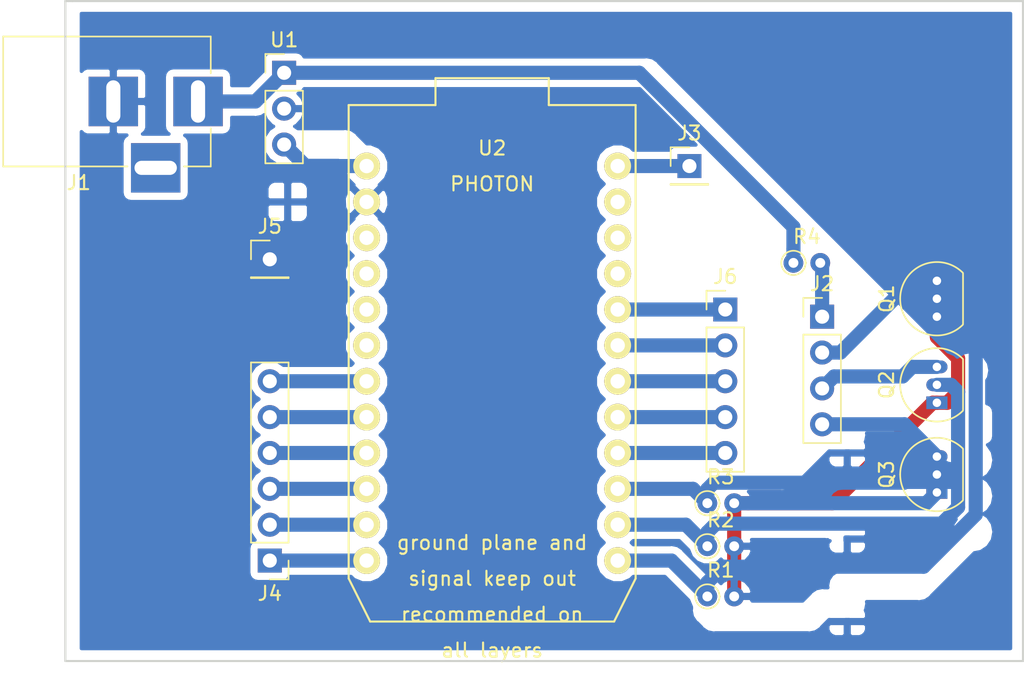
<source format=kicad_pcb>
(kicad_pcb (version 20171130) (host pcbnew "(5.0.2)-1")

  (general
    (thickness 1.6)
    (drawings 5)
    (tracks 70)
    (zones 0)
    (modules 15)
    (nets 29)
  )

  (page A4)
  (layers
    (0 F.Cu signal)
    (31 B.Cu signal)
    (32 B.Adhes user)
    (33 F.Adhes user)
    (34 B.Paste user)
    (35 F.Paste user)
    (36 B.SilkS user)
    (37 F.SilkS user)
    (38 B.Mask user)
    (39 F.Mask user)
    (40 Dwgs.User user)
    (41 Cmts.User user)
    (42 Eco1.User user)
    (43 Eco2.User user)
    (44 Edge.Cuts user)
    (45 Margin user)
    (46 B.CrtYd user)
    (47 F.CrtYd user)
    (48 B.Fab user)
    (49 F.Fab user)
  )

  (setup
    (last_trace_width 1)
    (trace_clearance 0.25)
    (zone_clearance 0.508)
    (zone_45_only no)
    (trace_min 0.7)
    (segment_width 0.2)
    (edge_width 0.15)
    (via_size 1)
    (via_drill 0.4)
    (via_min_size 1)
    (via_min_drill 0.4)
    (uvia_size 0.3)
    (uvia_drill 0.1)
    (uvias_allowed no)
    (uvia_min_size 0.2)
    (uvia_min_drill 0.1)
    (pcb_text_width 0.3)
    (pcb_text_size 1.5 1.5)
    (mod_edge_width 0.15)
    (mod_text_size 1 1)
    (mod_text_width 0.15)
    (pad_size 1.524 1.524)
    (pad_drill 0.762)
    (pad_to_mask_clearance 0.051)
    (solder_mask_min_width 0.25)
    (aux_axis_origin 0 0)
    (visible_elements 7FFFFFFF)
    (pcbplotparams
      (layerselection 0x01000_ffffffff)
      (usegerberextensions false)
      (usegerberattributes false)
      (usegerberadvancedattributes false)
      (creategerberjobfile false)
      (excludeedgelayer true)
      (linewidth 0.100000)
      (plotframeref false)
      (viasonmask false)
      (mode 1)
      (useauxorigin false)
      (hpglpennumber 1)
      (hpglpenspeed 20)
      (hpglpendiameter 15.000000)
      (psnegative false)
      (psa4output false)
      (plotreference true)
      (plotvalue true)
      (plotinvisibletext false)
      (padsonsilk false)
      (subtractmaskfromsilk false)
      (outputformat 1)
      (mirror false)
      (drillshape 0)
      (scaleselection 1)
      (outputdirectory "../../ClockProj/"))
  )

  (net 0 "")
  (net 1 GND)
  (net 2 +12V)
  (net 3 BLUE)
  (net 4 RED)
  (net 5 GREEN)
  (net 6 3.3V)
  (net 7 A5)
  (net 8 A4)
  (net 9 A3)
  (net 10 A2)
  (net 11 A1)
  (net 12 A0)
  (net 13 D3)
  (net 14 D4)
  (net 15 D5)
  (net 16 D6)
  (net 17 D7)
  (net 18 "Net-(U1-Pad3)")
  (net 19 "Net-(U2-Pad3)")
  (net 20 "Net-(U2-Pad4)")
  (net 21 "Net-(U2-Pad5)")
  (net 22 "Net-(U2-Pad6)")
  (net 23 "Net-(U2-Pad23)")
  (net 24 "Net-(U2-Pad22)")
  (net 25 GREEN_CTRL)
  (net 26 RED_CTRL)
  (net 27 BLUE_CTRL)
  (net 28 "Net-(J2-Pad1)")

  (net_class Default "This is the default net class."
    (clearance 0.25)
    (trace_width 1)
    (via_dia 1)
    (via_drill 0.4)
    (uvia_dia 0.3)
    (uvia_drill 0.1)
    (diff_pair_gap 1)
    (diff_pair_width 1)
    (add_net +12V)
    (add_net 3.3V)
    (add_net A0)
    (add_net A1)
    (add_net A2)
    (add_net A3)
    (add_net A4)
    (add_net A5)
    (add_net BLUE)
    (add_net BLUE_CTRL)
    (add_net D3)
    (add_net D4)
    (add_net D5)
    (add_net D6)
    (add_net D7)
    (add_net GND)
    (add_net GREEN)
    (add_net GREEN_CTRL)
    (add_net "Net-(J2-Pad1)")
    (add_net "Net-(U1-Pad3)")
    (add_net "Net-(U2-Pad22)")
    (add_net "Net-(U2-Pad23)")
    (add_net "Net-(U2-Pad3)")
    (add_net "Net-(U2-Pad4)")
    (add_net "Net-(U2-Pad5)")
    (add_net "Net-(U2-Pad6)")
    (add_net RED)
    (add_net RED_CTRL)
  )

  (module Connectors:BARREL_JACK (layer F.Cu) (tedit 5861378E) (tstamp 5E75C2A2)
    (at 93.218 43.434)
    (descr "DC Barrel Jack")
    (tags "Power Jack")
    (path /5CAFE0CA)
    (fp_text reference J1 (at -8.45 5.75 180) (layer F.SilkS)
      (effects (font (size 1 1) (thickness 0.15)))
    )
    (fp_text value Barrel_Jack (at -6.2 -5.5) (layer F.Fab)
      (effects (font (size 1 1) (thickness 0.15)))
    )
    (fp_line (start 0.8 -4.5) (end -13.7 -4.5) (layer F.Fab) (width 0.1))
    (fp_line (start 0.8 4.5) (end 0.8 -4.5) (layer F.Fab) (width 0.1))
    (fp_line (start -13.7 4.5) (end 0.8 4.5) (layer F.Fab) (width 0.1))
    (fp_line (start -13.7 -4.5) (end -13.7 4.5) (layer F.Fab) (width 0.1))
    (fp_line (start -10.2 -4.5) (end -10.2 4.5) (layer F.Fab) (width 0.1))
    (fp_line (start 0.9 -4.6) (end 0.9 -2) (layer F.SilkS) (width 0.12))
    (fp_line (start -13.8 -4.6) (end 0.9 -4.6) (layer F.SilkS) (width 0.12))
    (fp_line (start 0.9 4.6) (end -1 4.6) (layer F.SilkS) (width 0.12))
    (fp_line (start 0.9 1.9) (end 0.9 4.6) (layer F.SilkS) (width 0.12))
    (fp_line (start -13.8 4.6) (end -13.8 -4.6) (layer F.SilkS) (width 0.12))
    (fp_line (start -5 4.6) (end -13.8 4.6) (layer F.SilkS) (width 0.12))
    (fp_line (start -14 4.75) (end -14 -4.75) (layer F.CrtYd) (width 0.05))
    (fp_line (start -5 4.75) (end -14 4.75) (layer F.CrtYd) (width 0.05))
    (fp_line (start -5 6.75) (end -5 4.75) (layer F.CrtYd) (width 0.05))
    (fp_line (start -1 6.75) (end -5 6.75) (layer F.CrtYd) (width 0.05))
    (fp_line (start -1 4.75) (end -1 6.75) (layer F.CrtYd) (width 0.05))
    (fp_line (start 1 4.75) (end -1 4.75) (layer F.CrtYd) (width 0.05))
    (fp_line (start 1 2) (end 1 4.75) (layer F.CrtYd) (width 0.05))
    (fp_line (start 2 2) (end 1 2) (layer F.CrtYd) (width 0.05))
    (fp_line (start 2 -2) (end 2 2) (layer F.CrtYd) (width 0.05))
    (fp_line (start 1 -2) (end 2 -2) (layer F.CrtYd) (width 0.05))
    (fp_line (start 1 -4.5) (end 1 -2) (layer F.CrtYd) (width 0.05))
    (fp_line (start 1 -4.75) (end -14 -4.75) (layer F.CrtYd) (width 0.05))
    (fp_line (start 1 -4.5) (end 1 -4.75) (layer F.CrtYd) (width 0.05))
    (pad 3 thru_hole rect (at -3 4.7) (size 3.5 3.5) (drill oval 3 1) (layers *.Cu *.Mask))
    (pad 2 thru_hole rect (at -6 0) (size 3.5 3.5) (drill oval 1 3) (layers *.Cu *.Mask)
      (net 1 GND))
    (pad 1 thru_hole rect (at 0 0) (size 3.5 3.5) (drill oval 1 3) (layers *.Cu *.Mask)
      (net 2 +12V))
  )

  (module Pin_Headers:Pin_Header_Straight_1x04_Pitch2.54mm (layer F.Cu) (tedit 59650532) (tstamp 5E75C2BA)
    (at 137.414 58.674)
    (descr "Through hole straight pin header, 1x04, 2.54mm pitch, single row")
    (tags "Through hole pin header THT 1x04 2.54mm single row")
    (path /5CAFE1AA)
    (fp_text reference J2 (at 0 -2.33) (layer F.SilkS)
      (effects (font (size 1 1) (thickness 0.15)))
    )
    (fp_text value Conn_01x04_Female (at 0 9.95) (layer F.Fab)
      (effects (font (size 1 1) (thickness 0.15)))
    )
    (fp_text user %R (at 0 3.81 90) (layer F.Fab)
      (effects (font (size 1 1) (thickness 0.15)))
    )
    (fp_line (start 1.8 -1.8) (end -1.8 -1.8) (layer F.CrtYd) (width 0.05))
    (fp_line (start 1.8 9.4) (end 1.8 -1.8) (layer F.CrtYd) (width 0.05))
    (fp_line (start -1.8 9.4) (end 1.8 9.4) (layer F.CrtYd) (width 0.05))
    (fp_line (start -1.8 -1.8) (end -1.8 9.4) (layer F.CrtYd) (width 0.05))
    (fp_line (start -1.33 -1.33) (end 0 -1.33) (layer F.SilkS) (width 0.12))
    (fp_line (start -1.33 0) (end -1.33 -1.33) (layer F.SilkS) (width 0.12))
    (fp_line (start -1.33 1.27) (end 1.33 1.27) (layer F.SilkS) (width 0.12))
    (fp_line (start 1.33 1.27) (end 1.33 8.95) (layer F.SilkS) (width 0.12))
    (fp_line (start -1.33 1.27) (end -1.33 8.95) (layer F.SilkS) (width 0.12))
    (fp_line (start -1.33 8.95) (end 1.33 8.95) (layer F.SilkS) (width 0.12))
    (fp_line (start -1.27 -0.635) (end -0.635 -1.27) (layer F.Fab) (width 0.1))
    (fp_line (start -1.27 8.89) (end -1.27 -0.635) (layer F.Fab) (width 0.1))
    (fp_line (start 1.27 8.89) (end -1.27 8.89) (layer F.Fab) (width 0.1))
    (fp_line (start 1.27 -1.27) (end 1.27 8.89) (layer F.Fab) (width 0.1))
    (fp_line (start -0.635 -1.27) (end 1.27 -1.27) (layer F.Fab) (width 0.1))
    (pad 4 thru_hole oval (at 0 7.62) (size 1.7 1.7) (drill 1) (layers *.Cu *.Mask)
      (net 3 BLUE))
    (pad 3 thru_hole oval (at 0 5.08) (size 1.7 1.7) (drill 1) (layers *.Cu *.Mask)
      (net 4 RED))
    (pad 2 thru_hole oval (at 0 2.54) (size 1.7 1.7) (drill 1) (layers *.Cu *.Mask)
      (net 5 GREEN))
    (pad 1 thru_hole rect (at 0 0) (size 1.7 1.7) (drill 1) (layers *.Cu *.Mask)
      (net 28 "Net-(J2-Pad1)"))
    (model ${KISYS3DMOD}/Pin_Headers.3dshapes/Pin_Header_Straight_1x04_Pitch2.54mm.wrl
      (at (xyz 0 0 0))
      (scale (xyz 1 1 1))
      (rotate (xyz 0 0 0))
    )
  )

  (module Pin_Headers:Pin_Header_Straight_1x01_Pitch2.54mm (layer F.Cu) (tedit 59650532) (tstamp 5E75C2CF)
    (at 128.016 48.006)
    (descr "Through hole straight pin header, 1x01, 2.54mm pitch, single row")
    (tags "Through hole pin header THT 1x01 2.54mm single row")
    (path /5CAFE971)
    (fp_text reference J3 (at 0 -2.33) (layer F.SilkS)
      (effects (font (size 1 1) (thickness 0.15)))
    )
    (fp_text value Conn_01x01_Female (at 0 2.33) (layer F.Fab)
      (effects (font (size 1 1) (thickness 0.15)))
    )
    (fp_text user %R (at 0 0 90) (layer F.Fab)
      (effects (font (size 1 1) (thickness 0.15)))
    )
    (fp_line (start 1.8 -1.8) (end -1.8 -1.8) (layer F.CrtYd) (width 0.05))
    (fp_line (start 1.8 1.8) (end 1.8 -1.8) (layer F.CrtYd) (width 0.05))
    (fp_line (start -1.8 1.8) (end 1.8 1.8) (layer F.CrtYd) (width 0.05))
    (fp_line (start -1.8 -1.8) (end -1.8 1.8) (layer F.CrtYd) (width 0.05))
    (fp_line (start -1.33 -1.33) (end 0 -1.33) (layer F.SilkS) (width 0.12))
    (fp_line (start -1.33 0) (end -1.33 -1.33) (layer F.SilkS) (width 0.12))
    (fp_line (start -1.33 1.27) (end 1.33 1.27) (layer F.SilkS) (width 0.12))
    (fp_line (start 1.33 1.27) (end 1.33 1.33) (layer F.SilkS) (width 0.12))
    (fp_line (start -1.33 1.27) (end -1.33 1.33) (layer F.SilkS) (width 0.12))
    (fp_line (start -1.33 1.33) (end 1.33 1.33) (layer F.SilkS) (width 0.12))
    (fp_line (start -1.27 -0.635) (end -0.635 -1.27) (layer F.Fab) (width 0.1))
    (fp_line (start -1.27 1.27) (end -1.27 -0.635) (layer F.Fab) (width 0.1))
    (fp_line (start 1.27 1.27) (end -1.27 1.27) (layer F.Fab) (width 0.1))
    (fp_line (start 1.27 -1.27) (end 1.27 1.27) (layer F.Fab) (width 0.1))
    (fp_line (start -0.635 -1.27) (end 1.27 -1.27) (layer F.Fab) (width 0.1))
    (pad 1 thru_hole rect (at 0 0) (size 1.7 1.7) (drill 1) (layers *.Cu *.Mask)
      (net 6 3.3V))
    (model ${KISYS3DMOD}/Pin_Headers.3dshapes/Pin_Header_Straight_1x01_Pitch2.54mm.wrl
      (at (xyz 0 0 0))
      (scale (xyz 1 1 1))
      (rotate (xyz 0 0 0))
    )
  )

  (module Pin_Headers:Pin_Header_Straight_1x06_Pitch2.54mm (layer F.Cu) (tedit 59650532) (tstamp 5E75C2E9)
    (at 98.298 75.946 180)
    (descr "Through hole straight pin header, 1x06, 2.54mm pitch, single row")
    (tags "Through hole pin header THT 1x06 2.54mm single row")
    (path /5CAFE780)
    (fp_text reference J4 (at 0 -2.33 180) (layer F.SilkS)
      (effects (font (size 1 1) (thickness 0.15)))
    )
    (fp_text value Conn_01x06_Female (at 0 15.03 180) (layer F.Fab)
      (effects (font (size 1 1) (thickness 0.15)))
    )
    (fp_text user %R (at 0 6.35 270) (layer F.Fab)
      (effects (font (size 1 1) (thickness 0.15)))
    )
    (fp_line (start 1.8 -1.8) (end -1.8 -1.8) (layer F.CrtYd) (width 0.05))
    (fp_line (start 1.8 14.5) (end 1.8 -1.8) (layer F.CrtYd) (width 0.05))
    (fp_line (start -1.8 14.5) (end 1.8 14.5) (layer F.CrtYd) (width 0.05))
    (fp_line (start -1.8 -1.8) (end -1.8 14.5) (layer F.CrtYd) (width 0.05))
    (fp_line (start -1.33 -1.33) (end 0 -1.33) (layer F.SilkS) (width 0.12))
    (fp_line (start -1.33 0) (end -1.33 -1.33) (layer F.SilkS) (width 0.12))
    (fp_line (start -1.33 1.27) (end 1.33 1.27) (layer F.SilkS) (width 0.12))
    (fp_line (start 1.33 1.27) (end 1.33 14.03) (layer F.SilkS) (width 0.12))
    (fp_line (start -1.33 1.27) (end -1.33 14.03) (layer F.SilkS) (width 0.12))
    (fp_line (start -1.33 14.03) (end 1.33 14.03) (layer F.SilkS) (width 0.12))
    (fp_line (start -1.27 -0.635) (end -0.635 -1.27) (layer F.Fab) (width 0.1))
    (fp_line (start -1.27 13.97) (end -1.27 -0.635) (layer F.Fab) (width 0.1))
    (fp_line (start 1.27 13.97) (end -1.27 13.97) (layer F.Fab) (width 0.1))
    (fp_line (start 1.27 -1.27) (end 1.27 13.97) (layer F.Fab) (width 0.1))
    (fp_line (start -0.635 -1.27) (end 1.27 -1.27) (layer F.Fab) (width 0.1))
    (pad 6 thru_hole oval (at 0 12.7 180) (size 1.7 1.7) (drill 1) (layers *.Cu *.Mask)
      (net 7 A5))
    (pad 5 thru_hole oval (at 0 10.16 180) (size 1.7 1.7) (drill 1) (layers *.Cu *.Mask)
      (net 8 A4))
    (pad 4 thru_hole oval (at 0 7.62 180) (size 1.7 1.7) (drill 1) (layers *.Cu *.Mask)
      (net 9 A3))
    (pad 3 thru_hole oval (at 0 5.08 180) (size 1.7 1.7) (drill 1) (layers *.Cu *.Mask)
      (net 10 A2))
    (pad 2 thru_hole oval (at 0 2.54 180) (size 1.7 1.7) (drill 1) (layers *.Cu *.Mask)
      (net 11 A1))
    (pad 1 thru_hole rect (at 0 0 180) (size 1.7 1.7) (drill 1) (layers *.Cu *.Mask)
      (net 12 A0))
    (model ${KISYS3DMOD}/Pin_Headers.3dshapes/Pin_Header_Straight_1x06_Pitch2.54mm.wrl
      (at (xyz 0 0 0))
      (scale (xyz 1 1 1))
      (rotate (xyz 0 0 0))
    )
  )

  (module Pin_Headers:Pin_Header_Straight_1x01_Pitch2.54mm (layer F.Cu) (tedit 59650532) (tstamp 5E75C2FE)
    (at 98.298 54.61)
    (descr "Through hole straight pin header, 1x01, 2.54mm pitch, single row")
    (tags "Through hole pin header THT 1x01 2.54mm single row")
    (path /5CAFEED0)
    (fp_text reference J5 (at 0 -2.33) (layer F.SilkS)
      (effects (font (size 1 1) (thickness 0.15)))
    )
    (fp_text value Conn_01x01_Female (at 0 2.33) (layer F.Fab)
      (effects (font (size 1 1) (thickness 0.15)))
    )
    (fp_line (start -0.635 -1.27) (end 1.27 -1.27) (layer F.Fab) (width 0.1))
    (fp_line (start 1.27 -1.27) (end 1.27 1.27) (layer F.Fab) (width 0.1))
    (fp_line (start 1.27 1.27) (end -1.27 1.27) (layer F.Fab) (width 0.1))
    (fp_line (start -1.27 1.27) (end -1.27 -0.635) (layer F.Fab) (width 0.1))
    (fp_line (start -1.27 -0.635) (end -0.635 -1.27) (layer F.Fab) (width 0.1))
    (fp_line (start -1.33 1.33) (end 1.33 1.33) (layer F.SilkS) (width 0.12))
    (fp_line (start -1.33 1.27) (end -1.33 1.33) (layer F.SilkS) (width 0.12))
    (fp_line (start 1.33 1.27) (end 1.33 1.33) (layer F.SilkS) (width 0.12))
    (fp_line (start -1.33 1.27) (end 1.33 1.27) (layer F.SilkS) (width 0.12))
    (fp_line (start -1.33 0) (end -1.33 -1.33) (layer F.SilkS) (width 0.12))
    (fp_line (start -1.33 -1.33) (end 0 -1.33) (layer F.SilkS) (width 0.12))
    (fp_line (start -1.8 -1.8) (end -1.8 1.8) (layer F.CrtYd) (width 0.05))
    (fp_line (start -1.8 1.8) (end 1.8 1.8) (layer F.CrtYd) (width 0.05))
    (fp_line (start 1.8 1.8) (end 1.8 -1.8) (layer F.CrtYd) (width 0.05))
    (fp_line (start 1.8 -1.8) (end -1.8 -1.8) (layer F.CrtYd) (width 0.05))
    (fp_text user %R (at 0 0 90) (layer F.Fab)
      (effects (font (size 1 1) (thickness 0.15)))
    )
    (pad 1 thru_hole rect (at 0 0) (size 1.7 1.7) (drill 1) (layers *.Cu *.Mask)
      (net 1 GND))
    (model ${KISYS3DMOD}/Pin_Headers.3dshapes/Pin_Header_Straight_1x01_Pitch2.54mm.wrl
      (at (xyz 0 0 0))
      (scale (xyz 1 1 1))
      (rotate (xyz 0 0 0))
    )
  )

  (module Pin_Headers:Pin_Header_Straight_1x05_Pitch2.54mm (layer F.Cu) (tedit 59650532) (tstamp 5E75C317)
    (at 130.556 58.166)
    (descr "Through hole straight pin header, 1x05, 2.54mm pitch, single row")
    (tags "Through hole pin header THT 1x05 2.54mm single row")
    (path /5CAFF05E)
    (fp_text reference J6 (at 0 -2.33) (layer F.SilkS)
      (effects (font (size 1 1) (thickness 0.15)))
    )
    (fp_text value Conn_01x05_Female (at 0 12.49) (layer F.Fab)
      (effects (font (size 1 1) (thickness 0.15)))
    )
    (fp_text user %R (at 0 5.08 90) (layer F.Fab)
      (effects (font (size 1 1) (thickness 0.15)))
    )
    (fp_line (start 1.8 -1.8) (end -1.8 -1.8) (layer F.CrtYd) (width 0.05))
    (fp_line (start 1.8 11.95) (end 1.8 -1.8) (layer F.CrtYd) (width 0.05))
    (fp_line (start -1.8 11.95) (end 1.8 11.95) (layer F.CrtYd) (width 0.05))
    (fp_line (start -1.8 -1.8) (end -1.8 11.95) (layer F.CrtYd) (width 0.05))
    (fp_line (start -1.33 -1.33) (end 0 -1.33) (layer F.SilkS) (width 0.12))
    (fp_line (start -1.33 0) (end -1.33 -1.33) (layer F.SilkS) (width 0.12))
    (fp_line (start -1.33 1.27) (end 1.33 1.27) (layer F.SilkS) (width 0.12))
    (fp_line (start 1.33 1.27) (end 1.33 11.49) (layer F.SilkS) (width 0.12))
    (fp_line (start -1.33 1.27) (end -1.33 11.49) (layer F.SilkS) (width 0.12))
    (fp_line (start -1.33 11.49) (end 1.33 11.49) (layer F.SilkS) (width 0.12))
    (fp_line (start -1.27 -0.635) (end -0.635 -1.27) (layer F.Fab) (width 0.1))
    (fp_line (start -1.27 11.43) (end -1.27 -0.635) (layer F.Fab) (width 0.1))
    (fp_line (start 1.27 11.43) (end -1.27 11.43) (layer F.Fab) (width 0.1))
    (fp_line (start 1.27 -1.27) (end 1.27 11.43) (layer F.Fab) (width 0.1))
    (fp_line (start -0.635 -1.27) (end 1.27 -1.27) (layer F.Fab) (width 0.1))
    (pad 5 thru_hole oval (at 0 10.16) (size 1.7 1.7) (drill 1) (layers *.Cu *.Mask)
      (net 13 D3))
    (pad 4 thru_hole oval (at 0 7.62) (size 1.7 1.7) (drill 1) (layers *.Cu *.Mask)
      (net 14 D4))
    (pad 3 thru_hole oval (at 0 5.08) (size 1.7 1.7) (drill 1) (layers *.Cu *.Mask)
      (net 15 D5))
    (pad 2 thru_hole oval (at 0 2.54) (size 1.7 1.7) (drill 1) (layers *.Cu *.Mask)
      (net 16 D6))
    (pad 1 thru_hole rect (at 0 0) (size 1.7 1.7) (drill 1) (layers *.Cu *.Mask)
      (net 17 D7))
    (model ${KISYS3DMOD}/Pin_Headers.3dshapes/Pin_Header_Straight_1x05_Pitch2.54mm.wrl
      (at (xyz 0 0 0))
      (scale (xyz 1 1 1))
      (rotate (xyz 0 0 0))
    )
  )

  (module TO_SOT_Packages_THT:TO-92_Inline_Narrow_Oval (layer F.Cu) (tedit 58CE52AF) (tstamp 5E75C329)
    (at 145.542 58.674 90)
    (descr "TO-92 leads in-line, narrow, oval pads, drill 0.6mm (see NXP sot054_po.pdf)")
    (tags "to-92 sc-43 sc-43a sot54 PA33 transistor")
    (path /5CAFE3D7)
    (fp_text reference Q1 (at 1.27 -3.56 90) (layer F.SilkS)
      (effects (font (size 1 1) (thickness 0.15)))
    )
    (fp_text value 2N3904 (at 1.27 2.79 90) (layer F.Fab)
      (effects (font (size 1 1) (thickness 0.15)))
    )
    (fp_arc (start 1.27 0) (end 1.27 -2.6) (angle 135) (layer F.SilkS) (width 0.12))
    (fp_arc (start 1.27 0) (end 1.27 -2.48) (angle -135) (layer F.Fab) (width 0.1))
    (fp_arc (start 1.27 0) (end 1.27 -2.6) (angle -135) (layer F.SilkS) (width 0.12))
    (fp_arc (start 1.27 0) (end 1.27 -2.48) (angle 135) (layer F.Fab) (width 0.1))
    (fp_line (start 4 2.01) (end -1.46 2.01) (layer F.CrtYd) (width 0.05))
    (fp_line (start 4 2.01) (end 4 -2.73) (layer F.CrtYd) (width 0.05))
    (fp_line (start -1.46 -2.73) (end -1.46 2.01) (layer F.CrtYd) (width 0.05))
    (fp_line (start -1.46 -2.73) (end 4 -2.73) (layer F.CrtYd) (width 0.05))
    (fp_line (start -0.5 1.75) (end 3 1.75) (layer F.Fab) (width 0.1))
    (fp_line (start -0.53 1.85) (end 3.07 1.85) (layer F.SilkS) (width 0.12))
    (fp_text user %R (at 1.27 -3.56 90) (layer F.Fab)
      (effects (font (size 1 1) (thickness 0.15)))
    )
    (pad 1 thru_hole rect (at 0 0 270) (size 0.9 1.5) (drill 0.6) (layers *.Cu *.Mask)
      (net 1 GND))
    (pad 3 thru_hole oval (at 2.54 0 270) (size 0.9 1.5) (drill 0.6) (layers *.Cu *.Mask)
      (net 5 GREEN))
    (pad 2 thru_hole oval (at 1.27 0 270) (size 0.9 1.5) (drill 0.6) (layers *.Cu *.Mask)
      (net 25 GREEN_CTRL))
    (model ${KISYS3DMOD}/TO_SOT_Packages_THT.3dshapes/TO-92_Inline_Narrow_Oval.wrl
      (offset (xyz 1.269999980926514 0 0))
      (scale (xyz 1 1 1))
      (rotate (xyz 0 0 -90))
    )
  )

  (module TO_SOT_Packages_THT:TO-92_Inline_Narrow_Oval (layer F.Cu) (tedit 58CE52AF) (tstamp 5E75C33B)
    (at 145.542 64.77 90)
    (descr "TO-92 leads in-line, narrow, oval pads, drill 0.6mm (see NXP sot054_po.pdf)")
    (tags "to-92 sc-43 sc-43a sot54 PA33 transistor")
    (path /5CAFE3A3)
    (fp_text reference Q2 (at 1.27 -3.56 90) (layer F.SilkS)
      (effects (font (size 1 1) (thickness 0.15)))
    )
    (fp_text value 2N3904 (at 1.27 2.79 90) (layer F.Fab)
      (effects (font (size 1 1) (thickness 0.15)))
    )
    (fp_text user %R (at 1.27 -3.56 90) (layer F.Fab)
      (effects (font (size 1 1) (thickness 0.15)))
    )
    (fp_line (start -0.53 1.85) (end 3.07 1.85) (layer F.SilkS) (width 0.12))
    (fp_line (start -0.5 1.75) (end 3 1.75) (layer F.Fab) (width 0.1))
    (fp_line (start -1.46 -2.73) (end 4 -2.73) (layer F.CrtYd) (width 0.05))
    (fp_line (start -1.46 -2.73) (end -1.46 2.01) (layer F.CrtYd) (width 0.05))
    (fp_line (start 4 2.01) (end 4 -2.73) (layer F.CrtYd) (width 0.05))
    (fp_line (start 4 2.01) (end -1.46 2.01) (layer F.CrtYd) (width 0.05))
    (fp_arc (start 1.27 0) (end 1.27 -2.48) (angle 135) (layer F.Fab) (width 0.1))
    (fp_arc (start 1.27 0) (end 1.27 -2.6) (angle -135) (layer F.SilkS) (width 0.12))
    (fp_arc (start 1.27 0) (end 1.27 -2.48) (angle -135) (layer F.Fab) (width 0.1))
    (fp_arc (start 1.27 0) (end 1.27 -2.6) (angle 135) (layer F.SilkS) (width 0.12))
    (pad 2 thru_hole oval (at 1.27 0 270) (size 0.9 1.5) (drill 0.6) (layers *.Cu *.Mask)
      (net 26 RED_CTRL))
    (pad 3 thru_hole oval (at 2.54 0 270) (size 0.9 1.5) (drill 0.6) (layers *.Cu *.Mask)
      (net 4 RED))
    (pad 1 thru_hole rect (at 0 0 270) (size 0.9 1.5) (drill 0.6) (layers *.Cu *.Mask)
      (net 1 GND))
    (model ${KISYS3DMOD}/TO_SOT_Packages_THT.3dshapes/TO-92_Inline_Narrow_Oval.wrl
      (offset (xyz 1.269999980926514 0 0))
      (scale (xyz 1 1 1))
      (rotate (xyz 0 0 -90))
    )
  )

  (module TO_SOT_Packages_THT:TO-92_Inline_Narrow_Oval (layer F.Cu) (tedit 58CE52AF) (tstamp 5E75C34D)
    (at 145.542 71.12 90)
    (descr "TO-92 leads in-line, narrow, oval pads, drill 0.6mm (see NXP sot054_po.pdf)")
    (tags "to-92 sc-43 sc-43a sot54 PA33 transistor")
    (path /5CAFE36B)
    (fp_text reference Q3 (at 1.27 -3.56 90) (layer F.SilkS)
      (effects (font (size 1 1) (thickness 0.15)))
    )
    (fp_text value 2N3904 (at 1.27 2.79 90) (layer F.Fab)
      (effects (font (size 1 1) (thickness 0.15)))
    )
    (fp_text user %R (at 1.27 -3.56 90) (layer F.Fab)
      (effects (font (size 1 1) (thickness 0.15)))
    )
    (fp_line (start -0.53 1.85) (end 3.07 1.85) (layer F.SilkS) (width 0.12))
    (fp_line (start -0.5 1.75) (end 3 1.75) (layer F.Fab) (width 0.1))
    (fp_line (start -1.46 -2.73) (end 4 -2.73) (layer F.CrtYd) (width 0.05))
    (fp_line (start -1.46 -2.73) (end -1.46 2.01) (layer F.CrtYd) (width 0.05))
    (fp_line (start 4 2.01) (end 4 -2.73) (layer F.CrtYd) (width 0.05))
    (fp_line (start 4 2.01) (end -1.46 2.01) (layer F.CrtYd) (width 0.05))
    (fp_arc (start 1.27 0) (end 1.27 -2.48) (angle 135) (layer F.Fab) (width 0.1))
    (fp_arc (start 1.27 0) (end 1.27 -2.6) (angle -135) (layer F.SilkS) (width 0.12))
    (fp_arc (start 1.27 0) (end 1.27 -2.48) (angle -135) (layer F.Fab) (width 0.1))
    (fp_arc (start 1.27 0) (end 1.27 -2.6) (angle 135) (layer F.SilkS) (width 0.12))
    (pad 2 thru_hole oval (at 1.27 0 270) (size 0.9 1.5) (drill 0.6) (layers *.Cu *.Mask)
      (net 27 BLUE_CTRL))
    (pad 3 thru_hole oval (at 2.54 0 270) (size 0.9 1.5) (drill 0.6) (layers *.Cu *.Mask)
      (net 3 BLUE))
    (pad 1 thru_hole rect (at 0 0 270) (size 0.9 1.5) (drill 0.6) (layers *.Cu *.Mask)
      (net 1 GND))
    (model ${KISYS3DMOD}/TO_SOT_Packages_THT.3dshapes/TO-92_Inline_Narrow_Oval.wrl
      (offset (xyz 1.269999980926514 0 0))
      (scale (xyz 1 1 1))
      (rotate (xyz 0 0 -90))
    )
  )

  (module Resistors_THT:R_Axial_DIN0204_L3.6mm_D1.6mm_P1.90mm_Vertical (layer F.Cu) (tedit 5874F706) (tstamp 5E75C35B)
    (at 129.286 78.486)
    (descr "Resistor, Axial_DIN0204 series, Axial, Vertical, pin pitch=1.9mm, 0.16666666666666666W = 1/6W, length*diameter=3.6*1.6mm^2, http://cdn-reichelt.de/documents/datenblatt/B400/1_4W%23YAG.pdf")
    (tags "Resistor Axial_DIN0204 series Axial Vertical pin pitch 1.9mm 0.16666666666666666W = 1/6W length 3.6mm diameter 1.6mm")
    (path /5E75BC1B)
    (fp_text reference R1 (at 0.95 -1.86) (layer F.SilkS)
      (effects (font (size 1 1) (thickness 0.15)))
    )
    (fp_text value R_US (at 0.95 1.86) (layer F.Fab)
      (effects (font (size 1 1) (thickness 0.15)))
    )
    (fp_line (start 2.95 -1.15) (end -1.15 -1.15) (layer F.CrtYd) (width 0.05))
    (fp_line (start 2.95 1.15) (end 2.95 -1.15) (layer F.CrtYd) (width 0.05))
    (fp_line (start -1.15 1.15) (end 2.95 1.15) (layer F.CrtYd) (width 0.05))
    (fp_line (start -1.15 -1.15) (end -1.15 1.15) (layer F.CrtYd) (width 0.05))
    (fp_line (start 0.86 0) (end 0.9 0) (layer F.SilkS) (width 0.12))
    (fp_line (start 0 0) (end 1.9 0) (layer F.Fab) (width 0.1))
    (fp_circle (center 0 0) (end 0.86 0) (layer F.SilkS) (width 0.12))
    (fp_circle (center 0 0) (end 0.8 0) (layer F.Fab) (width 0.1))
    (pad 2 thru_hole oval (at 1.9 0) (size 1.4 1.4) (drill 0.7) (layers *.Cu *.Mask)
      (net 1 GND))
    (pad 1 thru_hole circle (at 0 0) (size 1.4 1.4) (drill 0.7) (layers *.Cu *.Mask)
      (net 25 GREEN_CTRL))
    (model ${KISYS3DMOD}/Resistors_THT.3dshapes/R_Axial_DIN0204_L3.6mm_D1.6mm_P1.90mm_Vertical.wrl
      (at (xyz 0 0 0))
      (scale (xyz 0.393701 0.393701 0.393701))
      (rotate (xyz 0 0 0))
    )
  )

  (module Resistors_THT:R_Axial_DIN0204_L3.6mm_D1.6mm_P1.90mm_Vertical (layer F.Cu) (tedit 5874F706) (tstamp 5E75C369)
    (at 129.286 74.93)
    (descr "Resistor, Axial_DIN0204 series, Axial, Vertical, pin pitch=1.9mm, 0.16666666666666666W = 1/6W, length*diameter=3.6*1.6mm^2, http://cdn-reichelt.de/documents/datenblatt/B400/1_4W%23YAG.pdf")
    (tags "Resistor Axial_DIN0204 series Axial Vertical pin pitch 1.9mm 0.16666666666666666W = 1/6W length 3.6mm diameter 1.6mm")
    (path /5E75BD29)
    (fp_text reference R2 (at 0.95 -1.86) (layer F.SilkS)
      (effects (font (size 1 1) (thickness 0.15)))
    )
    (fp_text value R_US (at 0.95 1.86) (layer F.Fab)
      (effects (font (size 1 1) (thickness 0.15)))
    )
    (fp_circle (center 0 0) (end 0.8 0) (layer F.Fab) (width 0.1))
    (fp_circle (center 0 0) (end 0.86 0) (layer F.SilkS) (width 0.12))
    (fp_line (start 0 0) (end 1.9 0) (layer F.Fab) (width 0.1))
    (fp_line (start 0.86 0) (end 0.9 0) (layer F.SilkS) (width 0.12))
    (fp_line (start -1.15 -1.15) (end -1.15 1.15) (layer F.CrtYd) (width 0.05))
    (fp_line (start -1.15 1.15) (end 2.95 1.15) (layer F.CrtYd) (width 0.05))
    (fp_line (start 2.95 1.15) (end 2.95 -1.15) (layer F.CrtYd) (width 0.05))
    (fp_line (start 2.95 -1.15) (end -1.15 -1.15) (layer F.CrtYd) (width 0.05))
    (pad 1 thru_hole circle (at 0 0) (size 1.4 1.4) (drill 0.7) (layers *.Cu *.Mask)
      (net 26 RED_CTRL))
    (pad 2 thru_hole oval (at 1.9 0) (size 1.4 1.4) (drill 0.7) (layers *.Cu *.Mask)
      (net 1 GND))
    (model ${KISYS3DMOD}/Resistors_THT.3dshapes/R_Axial_DIN0204_L3.6mm_D1.6mm_P1.90mm_Vertical.wrl
      (at (xyz 0 0 0))
      (scale (xyz 0.393701 0.393701 0.393701))
      (rotate (xyz 0 0 0))
    )
  )

  (module Resistors_THT:R_Axial_DIN0204_L3.6mm_D1.6mm_P1.90mm_Vertical (layer F.Cu) (tedit 5874F706) (tstamp 5E75C377)
    (at 129.286 71.882)
    (descr "Resistor, Axial_DIN0204 series, Axial, Vertical, pin pitch=1.9mm, 0.16666666666666666W = 1/6W, length*diameter=3.6*1.6mm^2, http://cdn-reichelt.de/documents/datenblatt/B400/1_4W%23YAG.pdf")
    (tags "Resistor Axial_DIN0204 series Axial Vertical pin pitch 1.9mm 0.16666666666666666W = 1/6W length 3.6mm diameter 1.6mm")
    (path /5E75BDAE)
    (fp_text reference R3 (at 0.95 -1.86) (layer F.SilkS)
      (effects (font (size 1 1) (thickness 0.15)))
    )
    (fp_text value R_US (at 0.95 1.86) (layer F.Fab)
      (effects (font (size 1 1) (thickness 0.15)))
    )
    (fp_line (start 2.95 -1.15) (end -1.15 -1.15) (layer F.CrtYd) (width 0.05))
    (fp_line (start 2.95 1.15) (end 2.95 -1.15) (layer F.CrtYd) (width 0.05))
    (fp_line (start -1.15 1.15) (end 2.95 1.15) (layer F.CrtYd) (width 0.05))
    (fp_line (start -1.15 -1.15) (end -1.15 1.15) (layer F.CrtYd) (width 0.05))
    (fp_line (start 0.86 0) (end 0.9 0) (layer F.SilkS) (width 0.12))
    (fp_line (start 0 0) (end 1.9 0) (layer F.Fab) (width 0.1))
    (fp_circle (center 0 0) (end 0.86 0) (layer F.SilkS) (width 0.12))
    (fp_circle (center 0 0) (end 0.8 0) (layer F.Fab) (width 0.1))
    (pad 2 thru_hole oval (at 1.9 0) (size 1.4 1.4) (drill 0.7) (layers *.Cu *.Mask)
      (net 1 GND))
    (pad 1 thru_hole circle (at 0 0) (size 1.4 1.4) (drill 0.7) (layers *.Cu *.Mask)
      (net 27 BLUE_CTRL))
    (model ${KISYS3DMOD}/Resistors_THT.3dshapes/R_Axial_DIN0204_L3.6mm_D1.6mm_P1.90mm_Vertical.wrl
      (at (xyz 0 0 0))
      (scale (xyz 0.393701 0.393701 0.393701))
      (rotate (xyz 0 0 0))
    )
  )

  (module Resistors_THT:R_Axial_DIN0204_L3.6mm_D1.6mm_P1.90mm_Vertical (layer F.Cu) (tedit 5874F706) (tstamp 5E75C385)
    (at 135.382 54.864)
    (descr "Resistor, Axial_DIN0204 series, Axial, Vertical, pin pitch=1.9mm, 0.16666666666666666W = 1/6W, length*diameter=3.6*1.6mm^2, http://cdn-reichelt.de/documents/datenblatt/B400/1_4W%23YAG.pdf")
    (tags "Resistor Axial_DIN0204 series Axial Vertical pin pitch 1.9mm 0.16666666666666666W = 1/6W length 3.6mm diameter 1.6mm")
    (path /5E75BE5A)
    (fp_text reference R4 (at 0.95 -1.86) (layer F.SilkS)
      (effects (font (size 1 1) (thickness 0.15)))
    )
    (fp_text value R_US (at 0.95 1.86) (layer F.Fab)
      (effects (font (size 1 1) (thickness 0.15)))
    )
    (fp_circle (center 0 0) (end 0.8 0) (layer F.Fab) (width 0.1))
    (fp_circle (center 0 0) (end 0.86 0) (layer F.SilkS) (width 0.12))
    (fp_line (start 0 0) (end 1.9 0) (layer F.Fab) (width 0.1))
    (fp_line (start 0.86 0) (end 0.9 0) (layer F.SilkS) (width 0.12))
    (fp_line (start -1.15 -1.15) (end -1.15 1.15) (layer F.CrtYd) (width 0.05))
    (fp_line (start -1.15 1.15) (end 2.95 1.15) (layer F.CrtYd) (width 0.05))
    (fp_line (start 2.95 1.15) (end 2.95 -1.15) (layer F.CrtYd) (width 0.05))
    (fp_line (start 2.95 -1.15) (end -1.15 -1.15) (layer F.CrtYd) (width 0.05))
    (pad 1 thru_hole circle (at 0 0) (size 1.4 1.4) (drill 0.7) (layers *.Cu *.Mask)
      (net 2 +12V))
    (pad 2 thru_hole oval (at 1.9 0) (size 1.4 1.4) (drill 0.7) (layers *.Cu *.Mask)
      (net 28 "Net-(J2-Pad1)"))
    (model ${KISYS3DMOD}/Resistors_THT.3dshapes/R_Axial_DIN0204_L3.6mm_D1.6mm_P1.90mm_Vertical.wrl
      (at (xyz 0 0 0))
      (scale (xyz 0.393701 0.393701 0.393701))
      (rotate (xyz 0 0 0))
    )
  )

  (module Pin_Headers:Pin_Header_Straight_1x03_Pitch2.54mm (layer F.Cu) (tedit 59650532) (tstamp 5E75C39C)
    (at 99.314 41.402)
    (descr "Through hole straight pin header, 1x03, 2.54mm pitch, single row")
    (tags "Through hole pin header THT 1x03 2.54mm single row")
    (path /5CAFDEF4)
    (fp_text reference U1 (at 0 -2.33) (layer F.SilkS)
      (effects (font (size 1 1) (thickness 0.15)))
    )
    (fp_text value L7805 (at 0 7.41) (layer F.Fab)
      (effects (font (size 1 1) (thickness 0.15)))
    )
    (fp_text user %R (at 0 2.54 90) (layer F.Fab)
      (effects (font (size 1 1) (thickness 0.15)))
    )
    (fp_line (start 1.8 -1.8) (end -1.8 -1.8) (layer F.CrtYd) (width 0.05))
    (fp_line (start 1.8 6.85) (end 1.8 -1.8) (layer F.CrtYd) (width 0.05))
    (fp_line (start -1.8 6.85) (end 1.8 6.85) (layer F.CrtYd) (width 0.05))
    (fp_line (start -1.8 -1.8) (end -1.8 6.85) (layer F.CrtYd) (width 0.05))
    (fp_line (start -1.33 -1.33) (end 0 -1.33) (layer F.SilkS) (width 0.12))
    (fp_line (start -1.33 0) (end -1.33 -1.33) (layer F.SilkS) (width 0.12))
    (fp_line (start -1.33 1.27) (end 1.33 1.27) (layer F.SilkS) (width 0.12))
    (fp_line (start 1.33 1.27) (end 1.33 6.41) (layer F.SilkS) (width 0.12))
    (fp_line (start -1.33 1.27) (end -1.33 6.41) (layer F.SilkS) (width 0.12))
    (fp_line (start -1.33 6.41) (end 1.33 6.41) (layer F.SilkS) (width 0.12))
    (fp_line (start -1.27 -0.635) (end -0.635 -1.27) (layer F.Fab) (width 0.1))
    (fp_line (start -1.27 6.35) (end -1.27 -0.635) (layer F.Fab) (width 0.1))
    (fp_line (start 1.27 6.35) (end -1.27 6.35) (layer F.Fab) (width 0.1))
    (fp_line (start 1.27 -1.27) (end 1.27 6.35) (layer F.Fab) (width 0.1))
    (fp_line (start -0.635 -1.27) (end 1.27 -1.27) (layer F.Fab) (width 0.1))
    (pad 3 thru_hole oval (at 0 5.08) (size 1.7 1.7) (drill 1) (layers *.Cu *.Mask)
      (net 18 "Net-(U1-Pad3)"))
    (pad 2 thru_hole oval (at 0 2.54) (size 1.7 1.7) (drill 1) (layers *.Cu *.Mask)
      (net 1 GND))
    (pad 1 thru_hole rect (at 0 0) (size 1.7 1.7) (drill 1) (layers *.Cu *.Mask)
      (net 2 +12V))
    (model ${KISYS3DMOD}/Pin_Headers.3dshapes/Pin_Header_Straight_1x03_Pitch2.54mm.wrl
      (at (xyz 0 0 0))
      (scale (xyz 1 1 1))
      (rotate (xyz 0 0 0))
    )
  )

  (module particle-boards:PHOTON (layer F.Cu) (tedit 560E8B13) (tstamp 5E75C3CB)
    (at 114.046 63.246)
    (path /5CAFDD88)
    (fp_text reference U2 (at 0 -16.51) (layer F.SilkS)
      (effects (font (size 1 1) (thickness 0.15)))
    )
    (fp_text value PHOTON (at 0 -13.97) (layer F.SilkS)
      (effects (font (size 1 1) (thickness 0.15)))
    )
    (fp_text user "all layers" (at 0 19.05) (layer F.SilkS)
      (effects (font (size 1 1) (thickness 0.15)))
    )
    (fp_text user "recommended on" (at 0 16.51) (layer F.SilkS)
      (effects (font (size 1 1) (thickness 0.15)))
    )
    (fp_text user "signal keep out" (at 0 13.97) (layer F.SilkS)
      (effects (font (size 1 1) (thickness 0.15)))
    )
    (fp_text user "ground plane and" (at 0 11.43) (layer F.SilkS)
      (effects (font (size 1 1) (thickness 0.15)))
    )
    (fp_line (start 6.35 21.59) (end 7.62 21.59) (layer Dwgs.User) (width 0.15))
    (fp_line (start 7.62 21.59) (end 7.62 8.89) (layer Dwgs.User) (width 0.15))
    (fp_line (start 7.62 8.89) (end -7.62 8.89) (layer Dwgs.User) (width 0.15))
    (fp_line (start 6.35 21.59) (end -7.62 21.59) (layer Dwgs.User) (width 0.15))
    (fp_line (start -7.62 21.59) (end -7.62 8.89) (layer Dwgs.User) (width 0.15))
    (fp_line (start 10.16 13.97) (end 8.636 17.018) (layer F.SilkS) (width 0.15))
    (fp_line (start -10.16 13.97) (end -8.636 17.018) (layer F.SilkS) (width 0.15))
    (fp_line (start -8.636 17.018) (end 8.636 17.018) (layer F.SilkS) (width 0.15))
    (fp_line (start 10.16 -19.558) (end 10.16 13.97) (layer F.SilkS) (width 0.15))
    (fp_line (start -10.16 -19.558) (end -10.16 13.97) (layer F.SilkS) (width 0.15))
    (fp_line (start 4.0132 -19.558) (end 10.16 -19.558) (layer F.SilkS) (width 0.15))
    (fp_line (start -4.0132 -19.558) (end -10.16 -19.558) (layer F.SilkS) (width 0.15))
    (fp_line (start -4.0132 -21.463) (end -4.0132 -19.558) (layer F.SilkS) (width 0.15))
    (fp_line (start 4.0132 -21.463) (end 4.0132 -19.558) (layer F.SilkS) (width 0.15))
    (fp_line (start -4.0132 -21.463) (end 4.0132 -21.463) (layer F.SilkS) (width 0.15))
    (pad 1 thru_hole circle (at -8.89 -15.24) (size 1.9 1.9) (drill 1.02) (layers *.Cu *.Mask F.SilkS)
      (net 18 "Net-(U1-Pad3)"))
    (pad 2 thru_hole circle (at -8.89 -12.7) (size 1.9 1.9) (drill 1.02) (layers *.Cu *.Mask F.SilkS)
      (net 1 GND))
    (pad 3 thru_hole circle (at -8.89 -10.16) (size 1.9 1.9) (drill 1.02) (layers *.Cu *.Mask F.SilkS)
      (net 19 "Net-(U2-Pad3)"))
    (pad 4 thru_hole circle (at -8.89 -7.62) (size 1.9 1.9) (drill 1.02) (layers *.Cu *.Mask F.SilkS)
      (net 20 "Net-(U2-Pad4)"))
    (pad 5 thru_hole circle (at -8.89 -5.08) (size 1.9 1.9) (drill 1.02) (layers *.Cu *.Mask F.SilkS)
      (net 21 "Net-(U2-Pad5)"))
    (pad 6 thru_hole circle (at -8.89 -2.54) (size 1.9 1.9) (drill 1.02) (layers *.Cu *.Mask F.SilkS)
      (net 22 "Net-(U2-Pad6)"))
    (pad 7 thru_hole circle (at -8.89 0) (size 1.9 1.9) (drill 1.02) (layers *.Cu *.Mask F.SilkS)
      (net 7 A5))
    (pad 8 thru_hole circle (at -8.89 2.54) (size 1.9 1.9) (drill 1.02) (layers *.Cu *.Mask F.SilkS)
      (net 8 A4))
    (pad 9 thru_hole circle (at -8.89 5.08) (size 1.9 1.9) (drill 1.02) (layers *.Cu *.Mask F.SilkS)
      (net 9 A3))
    (pad 10 thru_hole circle (at -8.89 7.62) (size 1.9 1.9) (drill 1.02) (layers *.Cu *.Mask F.SilkS)
      (net 10 A2))
    (pad 11 thru_hole circle (at -8.89 10.16) (size 1.9 1.9) (drill 1.02) (layers *.Cu *.Mask F.SilkS)
      (net 11 A1))
    (pad 12 thru_hole circle (at -8.89 12.7) (size 1.9 1.9) (drill 1.02) (layers *.Cu *.Mask F.SilkS)
      (net 12 A0))
    (pad 24 thru_hole circle (at 8.89 -15.24) (size 1.9 1.9) (drill 1.02) (layers *.Cu *.Mask F.SilkS)
      (net 6 3.3V))
    (pad 23 thru_hole circle (at 8.89 -12.7) (size 1.9 1.9) (drill 1.02) (layers *.Cu *.Mask F.SilkS)
      (net 23 "Net-(U2-Pad23)"))
    (pad 22 thru_hole circle (at 8.89 -10.16) (size 1.9 1.9) (drill 1.02) (layers *.Cu *.Mask F.SilkS)
      (net 24 "Net-(U2-Pad22)"))
    (pad 21 thru_hole circle (at 8.89 -7.62) (size 1.9 1.9) (drill 1.02) (layers *.Cu *.Mask F.SilkS))
    (pad 20 thru_hole circle (at 8.89 -5.08) (size 1.9 1.9) (drill 1.02) (layers *.Cu *.Mask F.SilkS)
      (net 17 D7))
    (pad 19 thru_hole circle (at 8.89 -2.54) (size 1.9 1.9) (drill 1.02) (layers *.Cu *.Mask F.SilkS)
      (net 16 D6))
    (pad 18 thru_hole circle (at 8.89 0) (size 1.9 1.9) (drill 1.02) (layers *.Cu *.Mask F.SilkS)
      (net 15 D5))
    (pad 17 thru_hole circle (at 8.89 2.54) (size 1.9 1.9) (drill 1.02) (layers *.Cu *.Mask F.SilkS)
      (net 14 D4))
    (pad 16 thru_hole circle (at 8.89 5.08) (size 1.9 1.9) (drill 1.02) (layers *.Cu *.Mask F.SilkS)
      (net 13 D3))
    (pad 15 thru_hole circle (at 8.89 7.62) (size 1.9 1.9) (drill 1.02) (layers *.Cu *.Mask F.SilkS)
      (net 27 BLUE_CTRL))
    (pad 14 thru_hole circle (at 8.89 10.16) (size 1.9 1.9) (drill 1.02) (layers *.Cu *.Mask F.SilkS)
      (net 26 RED_CTRL))
    (pad 13 thru_hole circle (at 8.89 12.7) (size 1.9 1.9) (drill 1.02) (layers *.Cu *.Mask F.SilkS)
      (net 25 GREEN_CTRL))
  )

  (gr_line (start 151.638 83.058) (end 83.82 83.058) (layer Edge.Cuts) (width 0.15))
  (gr_line (start 151.638 36.322) (end 151.638 83.058) (layer Edge.Cuts) (width 0.15))
  (gr_line (start 83.82 36.322) (end 84.328 36.322) (layer Edge.Cuts) (width 0.15))
  (gr_line (start 84.328 36.322) (end 151.638 36.322) (layer Edge.Cuts) (width 0.15))
  (gr_line (start 83.82 83.058) (end 83.82 36.322) (layer Edge.Cuts) (width 0.15))

  (segment (start 144.78 71.882) (end 131.186 71.882) (width 1) (layer B.Cu) (net 1))
  (segment (start 145.542 71.12) (end 144.78 71.882) (width 1) (layer B.Cu) (net 1))
  (segment (start 131.186 71.882) (end 131.186 74.93) (width 1) (layer F.Cu) (net 1))
  (segment (start 131.186 74.93) (end 131.186 78.486) (width 1) (layer F.Cu) (net 1))
  (segment (start 132.175949 71.882) (end 131.186 71.882) (width 1) (layer F.Cu) (net 1))
  (segment (start 138.13 71.882) (end 132.175949 71.882) (width 1) (layer F.Cu) (net 1))
  (segment (start 145.242 64.77) (end 138.13 71.882) (width 1) (layer F.Cu) (net 1))
  (segment (start 145.542 64.77) (end 145.242 64.77) (width 1) (layer F.Cu) (net 1))
  (segment (start 146.26907 64.77) (end 145.542 64.77) (width 1) (layer F.Cu) (net 1))
  (segment (start 147.04201 63.99706) (end 146.26907 64.77) (width 1) (layer F.Cu) (net 1))
  (segment (start 147.04201 61.62401) (end 147.04201 63.99706) (width 1) (layer F.Cu) (net 1))
  (segment (start 145.542 60.124) (end 147.04201 61.62401) (width 1) (layer F.Cu) (net 1))
  (segment (start 145.542 58.674) (end 145.542 60.124) (width 1) (layer F.Cu) (net 1))
  (segment (start 97.282 43.434) (end 99.314 41.402) (width 1) (layer B.Cu) (net 2))
  (segment (start 93.218 43.434) (end 97.282 43.434) (width 1) (layer B.Cu) (net 2))
  (segment (start 135.382 53.874051) (end 135.382 54.864) (width 1) (layer B.Cu) (net 2))
  (segment (start 135.382 52.321998) (end 135.382 53.874051) (width 1) (layer B.Cu) (net 2))
  (segment (start 124.462002 41.402) (end 135.382 52.321998) (width 1) (layer B.Cu) (net 2))
  (segment (start 99.314 41.402) (end 124.462002 41.402) (width 1) (layer B.Cu) (net 2))
  (segment (start 143.256 66.294) (end 145.542 68.58) (width 1) (layer B.Cu) (net 3))
  (segment (start 137.414 66.294) (end 143.256 66.294) (width 1) (layer B.Cu) (net 3))
  (segment (start 143.792 62.23) (end 145.542 62.23) (width 1) (layer B.Cu) (net 4))
  (segment (start 143.117999 62.904001) (end 143.792 62.23) (width 1) (layer B.Cu) (net 4))
  (segment (start 138.263999 62.904001) (end 143.117999 62.904001) (width 1) (layer B.Cu) (net 4))
  (segment (start 137.414 63.754) (end 138.263999 62.904001) (width 1) (layer B.Cu) (net 4))
  (segment (start 138.616081 61.214) (end 137.414 61.214) (width 1) (layer B.Cu) (net 5))
  (segment (start 138.712 61.214) (end 138.616081 61.214) (width 1) (layer B.Cu) (net 5))
  (segment (start 143.792 56.134) (end 138.712 61.214) (width 1) (layer B.Cu) (net 5))
  (segment (start 145.542 56.134) (end 143.792 56.134) (width 1) (layer B.Cu) (net 5))
  (segment (start 128.016 48.006) (end 122.936 48.006) (width 1) (layer B.Cu) (net 6))
  (segment (start 98.298 63.246) (end 105.156 63.246) (width 1) (layer B.Cu) (net 7))
  (segment (start 98.298 65.786) (end 105.156 65.786) (width 1) (layer B.Cu) (net 8))
  (segment (start 98.298 68.326) (end 105.156 68.326) (width 1) (layer B.Cu) (net 9))
  (segment (start 105.156 70.866) (end 98.298 70.866) (width 1) (layer B.Cu) (net 10))
  (segment (start 98.298 73.406) (end 105.156 73.406) (width 1) (layer B.Cu) (net 11))
  (segment (start 105.156 75.946) (end 98.298 75.946) (width 1) (layer B.Cu) (net 12))
  (segment (start 122.936 68.326) (end 130.556 68.326) (width 1) (layer B.Cu) (net 13))
  (segment (start 122.936 65.786) (end 130.556 65.786) (width 1) (layer B.Cu) (net 14))
  (segment (start 122.936 63.246) (end 130.556 63.246) (width 1) (layer B.Cu) (net 15))
  (segment (start 122.936 60.706) (end 130.556 60.706) (width 1) (layer B.Cu) (net 16))
  (segment (start 122.936 58.166) (end 130.556 58.166) (width 1) (layer B.Cu) (net 17))
  (segment (start 100.838 48.006) (end 99.314 46.482) (width 1) (layer B.Cu) (net 18))
  (segment (start 105.156 48.006) (end 100.838 48.006) (width 1) (layer B.Cu) (net 18))
  (segment (start 148.292011 72.687772) (end 148.292011 58.404011) (width 1) (layer B.Cu) (net 25))
  (segment (start 144.599781 76.380001) (end 148.292011 72.687772) (width 1) (layer B.Cu) (net 25))
  (segment (start 130.40205 76.380001) (end 144.599781 76.380001) (width 1) (layer B.Cu) (net 25))
  (segment (start 147.292 57.404) (end 145.542 57.404) (width 1) (layer B.Cu) (net 25))
  (segment (start 148.292011 58.404011) (end 147.292 57.404) (width 1) (layer B.Cu) (net 25))
  (segment (start 129.286 77.496051) (end 130.40205 76.380001) (width 1) (layer B.Cu) (net 25))
  (segment (start 129.286 78.486) (end 129.286 77.496051) (width 1) (layer B.Cu) (net 25))
  (segment (start 126.746 75.946) (end 129.286 78.486) (width 1) (layer B.Cu) (net 25))
  (segment (start 122.936 75.946) (end 126.746 75.946) (width 1) (layer B.Cu) (net 25))
  (segment (start 147.042001 64.008) (end 146.534001 63.5) (width 1) (layer B.Cu) (net 26))
  (segment (start 147.042001 72.170001) (end 147.042001 64.008) (width 1) (layer B.Cu) (net 26))
  (segment (start 145.880001 73.332001) (end 147.042001 72.170001) (width 1) (layer B.Cu) (net 26))
  (segment (start 146.534001 63.5) (end 145.542 63.5) (width 1) (layer B.Cu) (net 26))
  (segment (start 129.89405 73.332001) (end 145.880001 73.332001) (width 1) (layer B.Cu) (net 26))
  (segment (start 129.286 73.940051) (end 129.89405 73.332001) (width 1) (layer B.Cu) (net 26))
  (segment (start 129.286 74.93) (end 129.286 73.940051) (width 1) (layer B.Cu) (net 26))
  (segment (start 127.762 73.406) (end 129.286 74.93) (width 1) (layer B.Cu) (net 26))
  (segment (start 122.936 73.406) (end 127.762 73.406) (width 1) (layer B.Cu) (net 26))
  (segment (start 143.792 69.85) (end 145.542 69.85) (width 1) (layer B.Cu) (net 27))
  (segment (start 143.210001 70.431999) (end 143.792 69.85) (width 1) (layer B.Cu) (net 27))
  (segment (start 129.746052 70.431999) (end 143.210001 70.431999) (width 1) (layer B.Cu) (net 27))
  (segment (start 129.286 70.892051) (end 129.746052 70.431999) (width 1) (layer B.Cu) (net 27))
  (segment (start 129.286 71.882) (end 129.286 70.892051) (width 1) (layer B.Cu) (net 27))
  (segment (start 128.27 70.866) (end 129.286 71.882) (width 1) (layer B.Cu) (net 27))
  (segment (start 122.936 70.866) (end 128.27 70.866) (width 1) (layer B.Cu) (net 27))
  (segment (start 137.414 54.996) (end 137.282 54.864) (width 1) (layer B.Cu) (net 28))
  (segment (start 137.414 58.674) (end 137.414 54.996) (width 1) (layer B.Cu) (net 28))

  (zone (net 1) (net_name GND) (layer B.Cu) (tstamp 0) (hatch edge 0.508)
    (connect_pads (clearance 0.508))
    (min_thickness 0.254)
    (fill yes (arc_segments 16) (thermal_gap 0.508) (thermal_bridge_width 0.508))
    (polygon
      (pts
        (xy 84.836 37.084) (xy 84.836 82.296) (xy 150.876 82.296) (xy 150.876 37.084)
      )
    )
    (filled_polygon
      (pts
        (xy 150.749 82.169) (xy 84.963 82.169) (xy 84.963 63.246) (xy 96.783908 63.246) (xy 96.899161 63.825418)
        (xy 97.227375 64.316625) (xy 97.525761 64.516) (xy 97.227375 64.715375) (xy 96.899161 65.206582) (xy 96.783908 65.786)
        (xy 96.899161 66.365418) (xy 97.227375 66.856625) (xy 97.525761 67.056) (xy 97.227375 67.255375) (xy 96.899161 67.746582)
        (xy 96.783908 68.326) (xy 96.899161 68.905418) (xy 97.227375 69.396625) (xy 97.525761 69.596) (xy 97.227375 69.795375)
        (xy 96.899161 70.286582) (xy 96.783908 70.866) (xy 96.899161 71.445418) (xy 97.227375 71.936625) (xy 97.525761 72.136)
        (xy 97.227375 72.335375) (xy 96.899161 72.826582) (xy 96.783908 73.406) (xy 96.899161 73.985418) (xy 97.227375 74.476625)
        (xy 97.245619 74.488816) (xy 97.200235 74.497843) (xy 96.990191 74.638191) (xy 96.849843 74.848235) (xy 96.80056 75.096)
        (xy 96.80056 76.796) (xy 96.849843 77.043765) (xy 96.990191 77.253809) (xy 97.200235 77.394157) (xy 97.448 77.44344)
        (xy 99.148 77.44344) (xy 99.395765 77.394157) (xy 99.605809 77.253809) (xy 99.721277 77.081) (xy 104.049472 77.081)
        (xy 104.25817 77.289698) (xy 104.840724 77.531) (xy 105.471276 77.531) (xy 106.05383 77.289698) (xy 106.499698 76.84383)
        (xy 106.741 76.261276) (xy 106.741 75.630724) (xy 106.499698 75.04817) (xy 106.127528 74.676) (xy 106.499698 74.30383)
        (xy 106.741 73.721276) (xy 106.741 73.090724) (xy 106.499698 72.50817) (xy 106.127528 72.136) (xy 106.499698 71.76383)
        (xy 106.741 71.181276) (xy 106.741 70.550724) (xy 106.499698 69.96817) (xy 106.127528 69.596) (xy 106.499698 69.22383)
        (xy 106.741 68.641276) (xy 106.741 68.010724) (xy 106.499698 67.42817) (xy 106.127528 67.056) (xy 106.499698 66.68383)
        (xy 106.741 66.101276) (xy 106.741 65.470724) (xy 106.499698 64.88817) (xy 106.127528 64.516) (xy 106.499698 64.14383)
        (xy 106.741 63.561276) (xy 106.741 62.930724) (xy 106.499698 62.34817) (xy 106.127528 61.976) (xy 106.499698 61.60383)
        (xy 106.741 61.021276) (xy 106.741 60.390724) (xy 106.499698 59.80817) (xy 106.127528 59.436) (xy 106.499698 59.06383)
        (xy 106.741 58.481276) (xy 106.741 57.850724) (xy 106.499698 57.26817) (xy 106.127528 56.896) (xy 106.499698 56.52383)
        (xy 106.741 55.941276) (xy 106.741 55.310724) (xy 106.499698 54.72817) (xy 106.127528 54.356) (xy 106.499698 53.98383)
        (xy 106.741 53.401276) (xy 106.741 52.770724) (xy 106.499698 52.18817) (xy 106.061691 51.750163) (xy 106.092745 51.66235)
        (xy 105.156 50.725605) (xy 104.219255 51.66235) (xy 104.250309 51.750163) (xy 103.812302 52.18817) (xy 103.571 52.770724)
        (xy 103.571 53.401276) (xy 103.812302 53.98383) (xy 104.184472 54.356) (xy 103.812302 54.72817) (xy 103.571 55.310724)
        (xy 103.571 55.941276) (xy 103.812302 56.52383) (xy 104.184472 56.896) (xy 103.812302 57.26817) (xy 103.571 57.850724)
        (xy 103.571 58.481276) (xy 103.812302 59.06383) (xy 104.184472 59.436) (xy 103.812302 59.80817) (xy 103.571 60.390724)
        (xy 103.571 61.021276) (xy 103.812302 61.60383) (xy 104.184472 61.976) (xy 104.049472 62.111) (xy 99.272281 62.111)
        (xy 98.877418 61.847161) (xy 98.444256 61.761) (xy 98.151744 61.761) (xy 97.718582 61.847161) (xy 97.227375 62.175375)
        (xy 96.899161 62.666582) (xy 96.783908 63.246) (xy 84.963 63.246) (xy 84.963 50.83175) (xy 98.083 50.83175)
        (xy 98.083 51.52231) (xy 98.179673 51.755699) (xy 98.358302 51.934327) (xy 98.591691 52.031) (xy 99.28225 52.031)
        (xy 99.441 51.87225) (xy 99.441 50.673) (xy 99.695 50.673) (xy 99.695 51.87225) (xy 99.85375 52.031)
        (xy 100.544309 52.031) (xy 100.777698 51.934327) (xy 100.956327 51.755699) (xy 101.053 51.52231) (xy 101.053 50.83175)
        (xy 100.89425 50.673) (xy 99.695 50.673) (xy 99.441 50.673) (xy 98.24175 50.673) (xy 98.083 50.83175)
        (xy 84.963 50.83175) (xy 84.963 45.577026) (xy 85.108302 45.722327) (xy 85.341691 45.819) (xy 86.93225 45.819)
        (xy 87.091 45.66025) (xy 87.091 43.561) (xy 87.345 43.561) (xy 87.345 45.66025) (xy 87.50375 45.819)
        (xy 88.170612 45.819) (xy 88.010191 45.926191) (xy 87.869843 46.136235) (xy 87.82056 46.384) (xy 87.82056 49.884)
        (xy 87.869843 50.131765) (xy 88.010191 50.341809) (xy 88.220235 50.482157) (xy 88.468 50.53144) (xy 91.968 50.53144)
        (xy 92.215765 50.482157) (xy 92.425809 50.341809) (xy 92.566157 50.131765) (xy 92.61544 49.884) (xy 92.61544 49.56969)
        (xy 98.083 49.56969) (xy 98.083 50.26025) (xy 98.24175 50.419) (xy 99.441 50.419) (xy 99.441 49.21975)
        (xy 99.695 49.21975) (xy 99.695 50.419) (xy 100.89425 50.419) (xy 101.019852 50.293398) (xy 103.559812 50.293398)
        (xy 103.584648 50.923461) (xy 103.777981 51.390208) (xy 104.03965 51.482745) (xy 104.976395 50.546) (xy 105.335605 50.546)
        (xy 106.27235 51.482745) (xy 106.534019 51.390208) (xy 106.752188 50.798602) (xy 106.727352 50.168539) (xy 106.534019 49.701792)
        (xy 106.27235 49.609255) (xy 105.335605 50.546) (xy 104.976395 50.546) (xy 104.03965 49.609255) (xy 103.777981 49.701792)
        (xy 103.559812 50.293398) (xy 101.019852 50.293398) (xy 101.053 50.26025) (xy 101.053 49.56969) (xy 100.956327 49.336301)
        (xy 100.777698 49.157673) (xy 100.544309 49.061) (xy 99.85375 49.061) (xy 99.695 49.21975) (xy 99.441 49.21975)
        (xy 99.28225 49.061) (xy 98.591691 49.061) (xy 98.358302 49.157673) (xy 98.179673 49.336301) (xy 98.083 49.56969)
        (xy 92.61544 49.56969) (xy 92.61544 46.384) (xy 92.566157 46.136235) (xy 92.425809 45.926191) (xy 92.284005 45.83144)
        (xy 94.968 45.83144) (xy 95.215765 45.782157) (xy 95.425809 45.641809) (xy 95.566157 45.431765) (xy 95.61544 45.184)
        (xy 95.61544 44.569) (xy 97.170217 44.569) (xy 97.282 44.591235) (xy 97.393783 44.569) (xy 97.724855 44.503146)
        (xy 97.906777 44.38159) (xy 98.042355 44.708924) (xy 98.432642 45.137183) (xy 98.562478 45.198157) (xy 98.243375 45.411375)
        (xy 97.915161 45.902582) (xy 97.799908 46.482) (xy 97.915161 47.061418) (xy 98.243375 47.552625) (xy 98.734582 47.880839)
        (xy 99.167744 47.967) (xy 99.460256 47.967) (xy 99.893418 47.880839) (xy 100.288281 47.617) (xy 103.161869 47.617)
        (xy 103.571 48.026132) (xy 103.571 48.321276) (xy 103.812302 48.90383) (xy 104.250309 49.341837) (xy 104.219255 49.42965)
        (xy 105.156 50.366395) (xy 106.092745 49.42965) (xy 106.061691 49.341837) (xy 106.499698 48.90383) (xy 106.741 48.321276)
        (xy 106.741 47.690724) (xy 106.499698 47.10817) (xy 106.05383 46.662302) (xy 105.471276 46.421) (xy 105.176132 46.421)
        (xy 104.513613 45.758481) (xy 104.450289 45.663711) (xy 104.074855 45.412854) (xy 103.743783 45.347) (xy 103.632 45.324765)
        (xy 103.520217 45.347) (xy 100.288281 45.347) (xy 100.065522 45.198157) (xy 100.195358 45.137183) (xy 100.585645 44.708924)
        (xy 100.755476 44.29889) (xy 100.634155 44.069) (xy 99.441 44.069) (xy 99.441 44.089) (xy 99.187 44.089)
        (xy 99.187 44.069) (xy 99.167 44.069) (xy 99.167 43.815) (xy 99.187 43.815) (xy 99.187 43.795)
        (xy 99.441 43.795) (xy 99.441 43.815) (xy 100.634155 43.815) (xy 100.755476 43.58511) (xy 100.585645 43.175076)
        (xy 100.308292 42.870739) (xy 100.411765 42.850157) (xy 100.621809 42.709809) (xy 100.737277 42.537) (xy 124.497869 42.537)
        (xy 128.469429 46.50856) (xy 127.166 46.50856) (xy 126.918235 46.557843) (xy 126.708191 46.698191) (xy 126.592723 46.871)
        (xy 124.042528 46.871) (xy 123.83383 46.662302) (xy 123.251276 46.421) (xy 122.620724 46.421) (xy 122.03817 46.662302)
        (xy 121.592302 47.10817) (xy 121.351 47.690724) (xy 121.351 48.321276) (xy 121.592302 48.90383) (xy 121.964472 49.276)
        (xy 121.592302 49.64817) (xy 121.351 50.230724) (xy 121.351 50.861276) (xy 121.592302 51.44383) (xy 121.964472 51.816)
        (xy 121.592302 52.18817) (xy 121.351 52.770724) (xy 121.351 53.401276) (xy 121.592302 53.98383) (xy 121.964472 54.356)
        (xy 121.592302 54.72817) (xy 121.351 55.310724) (xy 121.351 55.941276) (xy 121.592302 56.52383) (xy 121.964472 56.896)
        (xy 121.592302 57.26817) (xy 121.351 57.850724) (xy 121.351 58.481276) (xy 121.592302 59.06383) (xy 121.964472 59.436)
        (xy 121.592302 59.80817) (xy 121.351 60.390724) (xy 121.351 61.021276) (xy 121.592302 61.60383) (xy 121.964472 61.976)
        (xy 121.592302 62.34817) (xy 121.351 62.930724) (xy 121.351 63.561276) (xy 121.592302 64.14383) (xy 121.964472 64.516)
        (xy 121.592302 64.88817) (xy 121.351 65.470724) (xy 121.351 66.101276) (xy 121.592302 66.68383) (xy 121.964472 67.056)
        (xy 121.592302 67.42817) (xy 121.351 68.010724) (xy 121.351 68.641276) (xy 121.592302 69.22383) (xy 121.964472 69.596)
        (xy 121.592302 69.96817) (xy 121.351 70.550724) (xy 121.351 71.181276) (xy 121.592302 71.76383) (xy 121.964472 72.136)
        (xy 121.592302 72.50817) (xy 121.351 73.090724) (xy 121.351 73.721276) (xy 121.592302 74.30383) (xy 121.964472 74.676)
        (xy 121.592302 75.04817) (xy 121.351 75.630724) (xy 121.351 76.261276) (xy 121.592302 76.84383) (xy 122.03817 77.289698)
        (xy 122.620724 77.531) (xy 123.251276 77.531) (xy 123.83383 77.289698) (xy 124.042528 77.081) (xy 126.275869 77.081)
        (xy 127.954241 78.759373) (xy 128.151 79.23439) (xy 128.151 79.364166) (xy 128.128765 79.475949) (xy 128.151 79.587732)
        (xy 128.216854 79.918804) (xy 128.467712 80.294238) (xy 128.56248 80.35756) (xy 128.864439 80.659519) (xy 128.927763 80.75429)
        (xy 129.303197 81.005147) (xy 129.746052 81.093236) (xy 129.857835 81.071001) (xy 136.388216 81.071001) (xy 136.499999 81.093236)
        (xy 136.611782 81.071001) (xy 136.942854 81.005147) (xy 137.318288 80.75429) (xy 137.381611 80.65952) (xy 137.491381 80.54975)
        (xy 137.807 80.54975) (xy 137.807 80.840309) (xy 137.903673 81.073698) (xy 138.082301 81.252327) (xy 138.31569 81.349)
        (xy 138.90625 81.349) (xy 139.065 81.19025) (xy 139.065 80.391) (xy 139.319 80.391) (xy 139.319 81.19025)
        (xy 139.47775 81.349) (xy 140.06831 81.349) (xy 140.301699 81.252327) (xy 140.480327 81.073698) (xy 140.577 80.840309)
        (xy 140.577 80.54975) (xy 140.41825 80.391) (xy 139.319 80.391) (xy 139.065 80.391) (xy 137.96575 80.391)
        (xy 137.807 80.54975) (xy 137.491381 80.54975) (xy 137.912132 80.129) (xy 137.95775 80.129) (xy 137.96575 80.137)
        (xy 139.065 80.137) (xy 139.065 80.129) (xy 139.303783 80.129) (xy 139.319 80.125973) (xy 139.319 80.137)
        (xy 140.41825 80.137) (xy 140.577 79.97825) (xy 140.577 79.687691) (xy 140.483781 79.462642) (xy 140.514047 79.417346)
        (xy 140.598256 78.994) (xy 140.571403 78.859) (xy 144.160217 78.859) (xy 144.272 78.881235) (xy 144.383783 78.859)
        (xy 144.714855 78.793146) (xy 145.090289 78.542289) (xy 145.153613 78.447518) (xy 148.202132 75.399) (xy 148.228256 75.399)
        (xy 148.661418 75.312839) (xy 149.152625 74.984625) (xy 149.480839 74.493418) (xy 149.596092 73.914) (xy 149.480839 73.334582)
        (xy 149.152625 72.843375) (xy 148.854239 72.644) (xy 149.152625 72.444625) (xy 149.480839 71.953418) (xy 149.596092 71.374)
        (xy 149.480839 70.794582) (xy 149.152625 70.303375) (xy 148.854239 70.104) (xy 149.152625 69.904625) (xy 149.480839 69.413418)
        (xy 149.596092 68.834) (xy 149.480839 68.254582) (xy 149.152625 67.763375) (xy 149.134381 67.751184) (xy 149.179765 67.742157)
        (xy 149.389809 67.601809) (xy 149.530157 67.391765) (xy 149.57944 67.144) (xy 149.57944 65.444) (xy 149.530157 65.196235)
        (xy 149.389809 64.986191) (xy 149.179765 64.845843) (xy 149.085 64.826993) (xy 149.085 63.188288) (xy 149.207542 63.004891)
        (xy 149.311154 62.484) (xy 149.207542 61.963109) (xy 148.912481 61.521519) (xy 148.470891 61.226458) (xy 148.081485 61.149)
        (xy 147.818515 61.149) (xy 147.429109 61.226458) (xy 146.987519 61.521519) (xy 146.982702 61.528727) (xy 146.806217 61.352242)
        (xy 146.323373 61.152241) (xy 125.849613 40.678482) (xy 125.786289 40.583711) (xy 125.410855 40.332854) (xy 125.079783 40.267)
        (xy 124.968 40.244765) (xy 124.856217 40.267) (xy 100.737277 40.267) (xy 100.621809 40.094191) (xy 100.411765 39.953843)
        (xy 100.164 39.90456) (xy 98.464 39.90456) (xy 98.216235 39.953843) (xy 98.006191 40.094191) (xy 97.865843 40.304235)
        (xy 97.81656 40.552) (xy 97.81656 41.294308) (xy 96.811869 42.299) (xy 95.61544 42.299) (xy 95.61544 41.684)
        (xy 95.566157 41.436235) (xy 95.425809 41.226191) (xy 95.215765 41.085843) (xy 94.968 41.03656) (xy 91.468 41.03656)
        (xy 91.220235 41.085843) (xy 91.010191 41.226191) (xy 90.869843 41.436235) (xy 90.82056 41.684) (xy 90.82056 45.184)
        (xy 90.869843 45.431765) (xy 91.010191 45.641809) (xy 91.151995 45.73656) (xy 89.293337 45.73656) (xy 89.327698 45.722327)
        (xy 89.506327 45.543699) (xy 89.603 45.31031) (xy 89.603 43.71975) (xy 89.44425 43.561) (xy 87.345 43.561)
        (xy 87.091 43.561) (xy 87.071 43.561) (xy 87.071 43.307) (xy 87.091 43.307) (xy 87.091 41.20775)
        (xy 87.345 41.20775) (xy 87.345 43.307) (xy 89.44425 43.307) (xy 89.603 43.14825) (xy 89.603 41.55769)
        (xy 89.506327 41.324301) (xy 89.327698 41.145673) (xy 89.094309 41.049) (xy 87.50375 41.049) (xy 87.345 41.20775)
        (xy 87.091 41.20775) (xy 86.93225 41.049) (xy 85.341691 41.049) (xy 85.108302 41.145673) (xy 84.963 41.290974)
        (xy 84.963 37.211) (xy 150.749 37.211)
      )
    )
    (filled_polygon
      (pts
        (xy 146.683161 73.334582) (xy 146.590513 73.800355) (xy 143.801869 76.589) (xy 139.080217 76.589) (xy 138.828849 76.639)
        (xy 138.785139 76.639) (xy 138.468654 76.701953) (xy 138.109759 76.941759) (xy 137.869953 77.300654) (xy 137.785744 77.724)
        (xy 137.812597 77.859) (xy 137.553783 77.859) (xy 137.442 77.836765) (xy 136.999145 77.924854) (xy 136.822109 78.043146)
        (xy 136.623711 78.175711) (xy 136.560391 78.270477) (xy 136.029867 78.801001) (xy 132.46776 78.801001) (xy 132.355374 78.613)
        (xy 131.313 78.613) (xy 131.313 78.633) (xy 131.059 78.633) (xy 131.059 78.613) (xy 131.039 78.613)
        (xy 131.039 78.359) (xy 131.059 78.359) (xy 131.059 77.315794) (xy 131.313 77.315794) (xy 131.313 78.359)
        (xy 132.355374 78.359) (xy 132.478716 78.152671) (xy 132.335797 77.807604) (xy 131.988663 77.419236) (xy 131.519331 77.193273)
        (xy 131.313 77.315794) (xy 131.059 77.315794) (xy 130.852669 77.193273) (xy 130.383337 77.419236) (xy 130.253014 77.565039)
        (xy 130.042217 77.354242) (xy 129.559373 77.154241) (xy 127.627613 75.222482) (xy 127.564289 75.127711) (xy 127.188855 74.876854)
        (xy 126.857783 74.811) (xy 126.746 74.788765) (xy 126.634217 74.811) (xy 124.042528 74.811) (xy 123.907528 74.676)
        (xy 124.042528 74.541) (xy 127.291869 74.541) (xy 127.954242 75.203374) (xy 128.154242 75.686217) (xy 128.529783 76.061758)
        (xy 129.020452 76.265) (xy 129.551548 76.265) (xy 130.042217 76.061758) (xy 130.253014 75.850961) (xy 130.383337 75.996764)
        (xy 130.852669 76.222727) (xy 131.059 76.100206) (xy 131.059 75.057) (xy 131.313 75.057) (xy 131.313 76.100206)
        (xy 131.519331 76.222727) (xy 131.988663 75.996764) (xy 132.335797 75.608396) (xy 132.478716 75.263329) (xy 132.355374 75.057)
        (xy 131.313 75.057) (xy 131.059 75.057) (xy 131.039 75.057) (xy 131.039 74.803) (xy 131.059 74.803)
        (xy 131.059 74.783) (xy 131.313 74.783) (xy 131.313 74.803) (xy 132.355374 74.803) (xy 132.478716 74.596671)
        (xy 132.42501 74.467001) (xy 137.620214 74.467001) (xy 137.731997 74.489236) (xy 137.807 74.474317) (xy 137.807 74.549002)
        (xy 137.965748 74.549002) (xy 137.807 74.70775) (xy 137.807 74.998309) (xy 137.903673 75.231698) (xy 138.082301 75.410327)
        (xy 138.31569 75.507) (xy 138.90625 75.507) (xy 139.065 75.34825) (xy 139.065 74.549) (xy 139.319 74.549)
        (xy 139.319 75.34825) (xy 139.47775 75.507) (xy 140.06831 75.507) (xy 140.301699 75.410327) (xy 140.480327 75.231698)
        (xy 140.577 74.998309) (xy 140.577 74.70775) (xy 140.41825 74.549) (xy 139.319 74.549) (xy 139.065 74.549)
        (xy 139.045 74.549) (xy 139.045 74.295) (xy 139.065 74.295) (xy 139.065 74.287) (xy 139.303783 74.287)
        (xy 139.319 74.283973) (xy 139.319 74.295) (xy 140.41825 74.295) (xy 140.577 74.13625) (xy 140.577 73.845691)
        (xy 140.483781 73.620642) (xy 140.514047 73.575346) (xy 140.598256 73.152) (xy 140.571403 73.017) (xy 146.895362 73.017)
      )
    )
    (filled_polygon
      (pts
        (xy 145.840388 68.707522) (xy 145.90371 68.80229) (xy 146.266043 69.044393) (xy 146.279144 69.053147) (xy 146.625191 69.12198)
        (xy 146.683161 69.413418) (xy 147.011375 69.904625) (xy 147.309761 70.104) (xy 147.011375 70.303375) (xy 146.714954 70.747)
        (xy 139.080217 70.747) (xy 138.828849 70.797) (xy 138.785139 70.797) (xy 138.468654 70.859953) (xy 138.109759 71.099759)
        (xy 137.869953 71.458654) (xy 137.785744 71.882) (xy 137.812126 72.014631) (xy 137.800215 72.017) (xy 137.469143 72.082854)
        (xy 137.29831 72.197001) (xy 132.46776 72.197001) (xy 132.355374 72.009) (xy 131.313 72.009) (xy 131.313 72.029)
        (xy 131.059 72.029) (xy 131.059 72.009) (xy 131.039 72.009) (xy 131.039 71.755) (xy 131.059 71.755)
        (xy 131.059 71.735) (xy 131.313 71.735) (xy 131.313 71.755) (xy 132.355374 71.755) (xy 132.478716 71.548671)
        (xy 132.335797 71.203604) (xy 132.208335 71.061001) (xy 134.460216 71.061001) (xy 134.571999 71.083236) (xy 134.683782 71.061001)
        (xy 135.014854 70.995147) (xy 135.390288 70.74429) (xy 135.453612 70.649519) (xy 137.491381 68.61175) (xy 137.807 68.61175)
        (xy 137.807 68.902309) (xy 137.903673 69.135698) (xy 138.082301 69.314327) (xy 138.31569 69.411) (xy 138.90625 69.411)
        (xy 139.065 69.25225) (xy 139.065 68.453) (xy 139.319 68.453) (xy 139.319 69.25225) (xy 139.47775 69.411)
        (xy 140.06831 69.411) (xy 140.301699 69.314327) (xy 140.480327 69.135698) (xy 140.577 68.902309) (xy 140.577 68.61175)
        (xy 140.41825 68.453) (xy 139.319 68.453) (xy 139.065 68.453) (xy 137.96575 68.453) (xy 137.807 68.61175)
        (xy 137.491381 68.61175) (xy 137.912132 68.191) (xy 137.95775 68.191) (xy 137.96575 68.199) (xy 139.065 68.199)
        (xy 139.065 68.191) (xy 139.303783 68.191) (xy 139.319 68.187973) (xy 139.319 68.199) (xy 140.41825 68.199)
        (xy 140.577 68.04025) (xy 140.577 67.749691) (xy 140.483781 67.524642) (xy 140.514047 67.479346) (xy 140.598256 67.056)
        (xy 140.571403 66.921) (xy 144.053867 66.921)
      )
    )
  )
)

</source>
